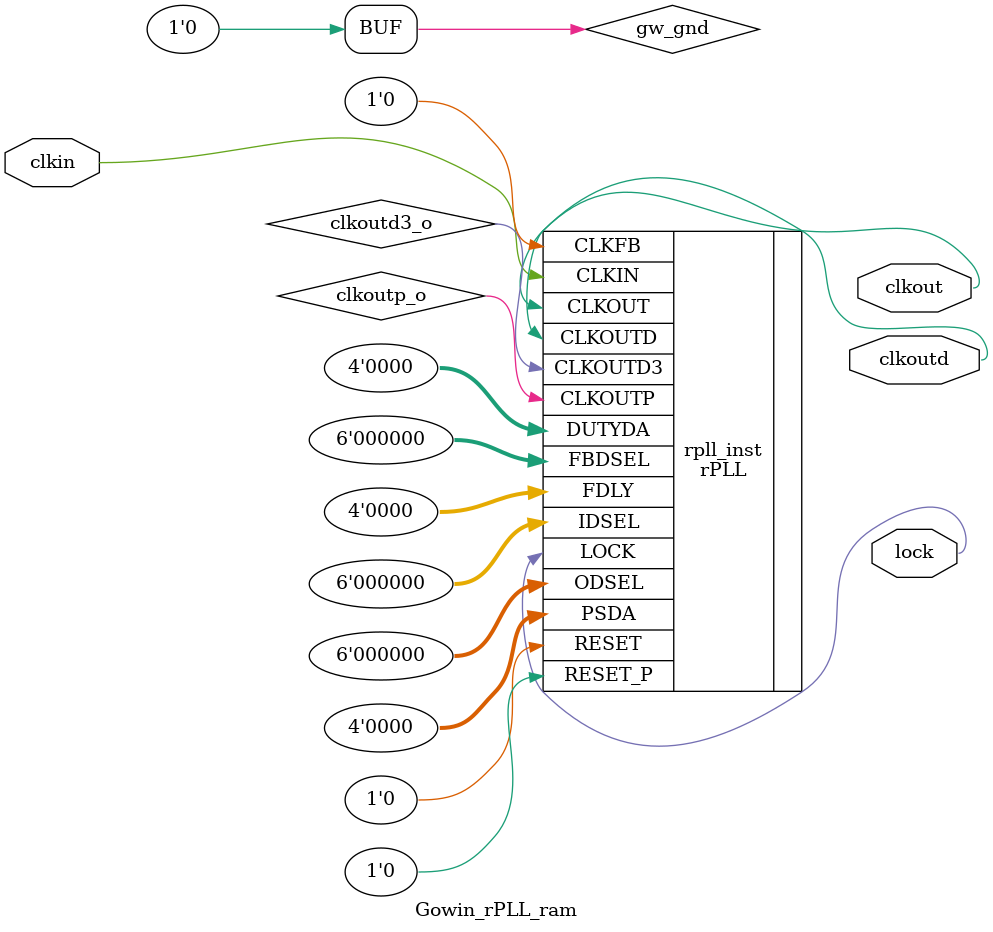
<source format=v>

module Gowin_rPLL_ram (clkout, lock, clkoutd, clkin);

output clkout;
output lock;
output clkoutd;
input clkin;

wire clkoutp_o;
wire clkoutd3_o;
wire gw_gnd;

assign gw_gnd = 1'b0;

rPLL rpll_inst (
    .CLKOUT(clkout),
    .LOCK(lock),
    .CLKOUTP(clkoutp_o),
    .CLKOUTD(clkoutd),
    .CLKOUTD3(clkoutd3_o),
    .RESET(gw_gnd),
    .RESET_P(gw_gnd),
    .CLKIN(clkin),
    .CLKFB(gw_gnd),
    .FBDSEL({gw_gnd,gw_gnd,gw_gnd,gw_gnd,gw_gnd,gw_gnd}),
    .IDSEL({gw_gnd,gw_gnd,gw_gnd,gw_gnd,gw_gnd,gw_gnd}),
    .ODSEL({gw_gnd,gw_gnd,gw_gnd,gw_gnd,gw_gnd,gw_gnd}),
    .PSDA({gw_gnd,gw_gnd,gw_gnd,gw_gnd}),
    .DUTYDA({gw_gnd,gw_gnd,gw_gnd,gw_gnd}),
    .FDLY({gw_gnd,gw_gnd,gw_gnd,gw_gnd})
);

defparam rpll_inst.FCLKIN = "27";
defparam rpll_inst.DYN_IDIV_SEL = "false";
//defparam rpll_inst.IDIV_SEL = 8;
defparam rpll_inst.IDIV_SEL = 1;
defparam rpll_inst.DYN_FBDIV_SEL = "false";
//defparam rpll_inst.FBDIV_SEL = 52;
defparam rpll_inst.FBDIV_SEL = 10;
defparam rpll_inst.DYN_ODIV_SEL = "false";
defparam rpll_inst.ODIV_SEL = 4;
defparam rpll_inst.PSDA_SEL = "0000";
defparam rpll_inst.DYN_DA_EN = "true";
defparam rpll_inst.DUTYDA_SEL = "1000";
defparam rpll_inst.CLKOUT_FT_DIR = 1'b1;
defparam rpll_inst.CLKOUTP_FT_DIR = 1'b1;
defparam rpll_inst.CLKOUT_DLY_STEP = 0;
defparam rpll_inst.CLKOUTP_DLY_STEP = 0;
defparam rpll_inst.CLKFB_SEL = "internal";
defparam rpll_inst.CLKOUT_BYPASS = "false";
defparam rpll_inst.CLKOUTP_BYPASS = "false";
defparam rpll_inst.CLKOUTD_BYPASS = "false";
defparam rpll_inst.DYN_SDIV_SEL = 4;
defparam rpll_inst.CLKOUTD_SRC = "CLKOUT";
defparam rpll_inst.CLKOUTD3_SRC = "CLKOUT";
defparam rpll_inst.DEVICE = "GW1NR-9C";

endmodule //Gowin_rPLL

</source>
